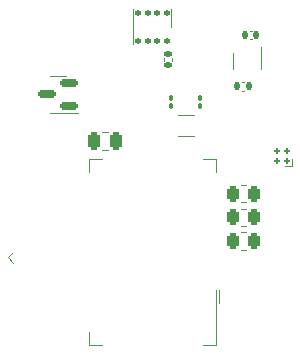
<source format=gbr>
%TF.GenerationSoftware,KiCad,Pcbnew,7.0.6-7.0.6~ubuntu23.04.1*%
%TF.CreationDate,2023-08-08T21:58:14-04:00*%
%TF.ProjectId,EnviroPuck,456e7669-726f-4507-9563-6b2e6b696361,rev?*%
%TF.SameCoordinates,Original*%
%TF.FileFunction,Legend,Top*%
%TF.FilePolarity,Positive*%
%FSLAX46Y46*%
G04 Gerber Fmt 4.6, Leading zero omitted, Abs format (unit mm)*
G04 Created by KiCad (PCBNEW 7.0.6-7.0.6~ubuntu23.04.1) date 2023-08-08 21:58:14*
%MOMM*%
%LPD*%
G01*
G04 APERTURE LIST*
G04 Aperture macros list*
%AMRoundRect*
0 Rectangle with rounded corners*
0 $1 Rounding radius*
0 $2 $3 $4 $5 $6 $7 $8 $9 X,Y pos of 4 corners*
0 Add a 4 corners polygon primitive as box body*
4,1,4,$2,$3,$4,$5,$6,$7,$8,$9,$2,$3,0*
0 Add four circle primitives for the rounded corners*
1,1,$1+$1,$2,$3*
1,1,$1+$1,$4,$5*
1,1,$1+$1,$6,$7*
1,1,$1+$1,$8,$9*
0 Add four rect primitives between the rounded corners*
20,1,$1+$1,$2,$3,$4,$5,0*
20,1,$1+$1,$4,$5,$6,$7,0*
20,1,$1+$1,$6,$7,$8,$9,0*
20,1,$1+$1,$8,$9,$2,$3,0*%
G04 Aperture macros list end*
%ADD10C,0.120000*%
%ADD11C,0.100000*%
%ADD12C,1.000000*%
%ADD13C,0.500000*%
%ADD14R,1.000000X1.800000*%
%ADD15RoundRect,0.250000X0.262500X0.450000X-0.262500X0.450000X-0.262500X-0.450000X0.262500X-0.450000X0*%
%ADD16RoundRect,0.150000X0.587500X0.150000X-0.587500X0.150000X-0.587500X-0.150000X0.587500X-0.150000X0*%
%ADD17RoundRect,0.140000X0.170000X-0.140000X0.170000X0.140000X-0.170000X0.140000X-0.170000X-0.140000X0*%
%ADD18RoundRect,0.100000X0.100000X-0.130000X0.100000X0.130000X-0.100000X0.130000X-0.100000X-0.130000X0*%
%ADD19RoundRect,0.250000X0.250000X0.475000X-0.250000X0.475000X-0.250000X-0.475000X0.250000X-0.475000X0*%
%ADD20RoundRect,0.140000X0.140000X0.170000X-0.140000X0.170000X-0.140000X-0.170000X0.140000X-0.170000X0*%
%ADD21RoundRect,0.140000X-0.140000X-0.170000X0.140000X-0.170000X0.140000X0.170000X-0.140000X0.170000X0*%
%ADD22RoundRect,0.112500X0.112500X0.112500X-0.112500X0.112500X-0.112500X-0.112500X0.112500X-0.112500X0*%
%ADD23R,0.600000X0.400000*%
%ADD24R,0.400000X0.600000*%
%ADD25R,0.400000X0.650000*%
%ADD26C,0.990600*%
%ADD27C,0.787400*%
%ADD28RoundRect,0.125000X0.125000X0.137500X-0.125000X0.137500X-0.125000X-0.137500X0.125000X-0.137500X0*%
G04 APERTURE END LIST*
D10*
%TO.C,Y1*%
X3475000Y3475000D02*
X2125000Y3475000D01*
X3475000Y1725000D02*
X2125000Y1725000D01*
%TO.C,R5*%
X7927064Y-7885000D02*
X7472936Y-7885000D01*
X7927064Y-6415000D02*
X7472936Y-6415000D01*
%TO.C,R4*%
X7927064Y-5885000D02*
X7472936Y-5885000D01*
X7927064Y-4415000D02*
X7472936Y-4415000D01*
%TO.C,R3*%
X7927064Y-3885000D02*
X7472936Y-3885000D01*
X7927064Y-2415000D02*
X7472936Y-2415000D01*
%TO.C,Q1*%
X-8000000Y6810000D02*
X-7350000Y6810000D01*
X-8000000Y3690000D02*
X-6325000Y3690000D01*
X-8000000Y6810000D02*
X-8650000Y6810000D01*
X-8000000Y3690000D02*
X-8650000Y3690000D01*
%TO.C,C6*%
X1660000Y8117164D02*
X1660000Y8332836D01*
X940000Y8117164D02*
X940000Y8332836D01*
%TO.C,C4*%
X-3738748Y2035000D02*
X-4261252Y2035000D01*
X-3738748Y565000D02*
X-4261252Y565000D01*
%TO.C,C2*%
X8432836Y10660000D02*
X8217164Y10660000D01*
X8432836Y9940000D02*
X8217164Y9940000D01*
%TO.C,C1*%
X7567164Y5565000D02*
X7782836Y5565000D01*
X7567164Y6285000D02*
X7782836Y6285000D01*
D11*
%TO.C,D1*%
X11250000Y-825000D02*
X11825000Y-825000D01*
X11825000Y-825000D02*
X11825000Y-250000D01*
D10*
%TO.C,U3*%
X4250000Y-15950000D02*
X5350000Y-15950000D01*
X-5350000Y-15950000D02*
X-5350000Y-14850000D01*
X5600000Y-12400000D02*
X5600000Y-11300000D01*
X-4250000Y-15950000D02*
X-5350000Y-15950000D01*
X5350000Y-15950000D02*
X5350000Y-11300000D01*
X-5350000Y-250000D02*
X-4250000Y-250000D01*
X-5350000Y-1350000D02*
X-5350000Y-250000D01*
X5350000Y-1350000D02*
X5350000Y-250000D01*
X5350000Y-250000D02*
X4250000Y-250000D01*
%TO.C,U1*%
X6840000Y8800000D02*
X6840000Y7400000D01*
X9160000Y7400000D02*
X9160000Y9300000D01*
%TO.C,J1*%
X-12245064Y-8550987D02*
X-11796051Y-8101974D01*
X-11796051Y-9000000D02*
X-12245064Y-8550987D01*
%TO.C,U2*%
X-1610000Y9500000D02*
X-1610000Y12500000D01*
X1610000Y11000000D02*
X1610000Y12500000D01*
%TD*%
%LPC*%
D12*
%TO.C,REF\u002A\u002A*%
X-20500000Y-20500000D03*
%TD*%
%TO.C,REF\u002A\u002A*%
X-20500000Y20500000D03*
%TD*%
%TO.C,REF\u002A\u002A*%
X20500000Y20500000D03*
%TD*%
D13*
%TO.C,REF\u002A\u002A*%
X-16800000Y-1850000D03*
X-16800000Y-1110000D03*
X-16800000Y-370000D03*
X-16800000Y370000D03*
X-16800000Y1110000D03*
X-16800000Y1850000D03*
%TD*%
%TO.C,REF\u002A\u002A*%
X16800000Y1110003D03*
X16800000Y-1849997D03*
X16800000Y370003D03*
X16800000Y-369997D03*
X16800000Y1850003D03*
X16800000Y-1109997D03*
%TD*%
D14*
%TO.C,Y1*%
X1550000Y2600000D03*
X4050000Y2600000D03*
%TD*%
D15*
%TO.C,R5*%
X8612500Y-7150000D03*
X6787500Y-7150000D03*
%TD*%
%TO.C,R4*%
X8612500Y-5150000D03*
X6787500Y-5150000D03*
%TD*%
%TO.C,R3*%
X8612500Y-3150000D03*
X6787500Y-3150000D03*
%TD*%
D16*
%TO.C,Q1*%
X-8937500Y5250000D03*
X-7062500Y6200000D03*
X-7062500Y4300000D03*
%TD*%
D17*
%TO.C,C6*%
X1300000Y7745000D03*
X1300000Y8705000D03*
%TD*%
D18*
%TO.C,C5*%
X1550000Y4280000D03*
X1550000Y4920000D03*
%TD*%
D19*
%TO.C,C4*%
X-3050000Y1300000D03*
X-4950000Y1300000D03*
%TD*%
D18*
%TO.C,C3*%
X4050000Y4280000D03*
X4050000Y4920000D03*
%TD*%
D20*
%TO.C,C2*%
X8805000Y10300000D03*
X7845000Y10300000D03*
%TD*%
D21*
%TO.C,C1*%
X7195000Y5925000D03*
X8155000Y5925000D03*
%TD*%
D22*
%TO.C,D1*%
X11425000Y-425000D03*
X10575000Y-425000D03*
X10575000Y425000D03*
X11425000Y425000D03*
%TD*%
D23*
%TO.C,U3*%
X4650000Y-11850000D03*
X4650000Y-10750000D03*
X4650000Y-9950000D03*
X4650000Y-8350000D03*
X3750000Y-7950000D03*
X4650000Y-7550000D03*
X3750000Y-7150000D03*
X4650000Y-6750000D03*
X3750000Y-6350000D03*
X4650000Y-5950000D03*
X3750000Y-5550000D03*
X4650000Y-5150000D03*
X3750000Y-4750000D03*
X4650000Y-4350000D03*
D24*
X4800000Y-950000D03*
X4000000Y-950000D03*
X3200000Y-950000D03*
X2400000Y-950000D03*
X2000000Y-1850000D03*
X1600000Y-950000D03*
X1200000Y-1850000D03*
X800000Y-950000D03*
X400000Y-1850000D03*
X0Y-950000D03*
X-400000Y-1850000D03*
X-800000Y-950000D03*
X-1200000Y-1850000D03*
X-1600000Y-950000D03*
X-2000000Y-1850000D03*
X-2400000Y-950000D03*
X-3200000Y-950000D03*
X-4000000Y-950000D03*
X-4800000Y-950000D03*
D23*
X-4650000Y-1950000D03*
X-4650000Y-2750000D03*
X-3750000Y-3150000D03*
X-4650000Y-3550000D03*
X-3750000Y-3950000D03*
X-4650000Y-4350000D03*
X-3750000Y-4750000D03*
X-4650000Y-5150000D03*
X-3750000Y-5550000D03*
X-3750000Y-6350000D03*
X-4650000Y-6750000D03*
X-3750000Y-7150000D03*
X-4650000Y-7550000D03*
X-3750000Y-7950000D03*
X-4650000Y-8350000D03*
X-3750000Y-8750000D03*
X-3750000Y-9550000D03*
X-4650000Y-9950000D03*
X-3750000Y-10350000D03*
X-4650000Y-10750000D03*
X-3750000Y-11150000D03*
X-4650000Y-11850000D03*
D24*
X2000000Y-7550000D03*
X1200000Y-7550000D03*
X400000Y-7550000D03*
X-400000Y-7550000D03*
X-1200000Y-7550000D03*
X-2000000Y-7550000D03*
%TD*%
D25*
%TO.C,U1*%
X8650000Y9050000D03*
X8000000Y9050000D03*
X7350000Y9050000D03*
X7350000Y7150000D03*
X8000000Y7150000D03*
X8650000Y7150000D03*
%TD*%
D26*
%TO.C,J1*%
X-8922369Y-11514472D03*
X-7485528Y-10077631D03*
X-11796051Y-7203949D03*
D27*
X-11347038Y-8550987D03*
X-10449013Y-7652962D03*
X-10449013Y-9449013D03*
X-9550987Y-8550987D03*
X-9550987Y-10347038D03*
X-8652962Y-9449013D03*
%TD*%
D28*
%TO.C,U2*%
X1200000Y12187500D03*
X400000Y12187500D03*
X-400000Y12187500D03*
X-1200000Y12187500D03*
X-1200000Y9812500D03*
X-400000Y9812500D03*
X400000Y9812500D03*
X1200000Y9812500D03*
%TD*%
%LPD*%
M02*

</source>
